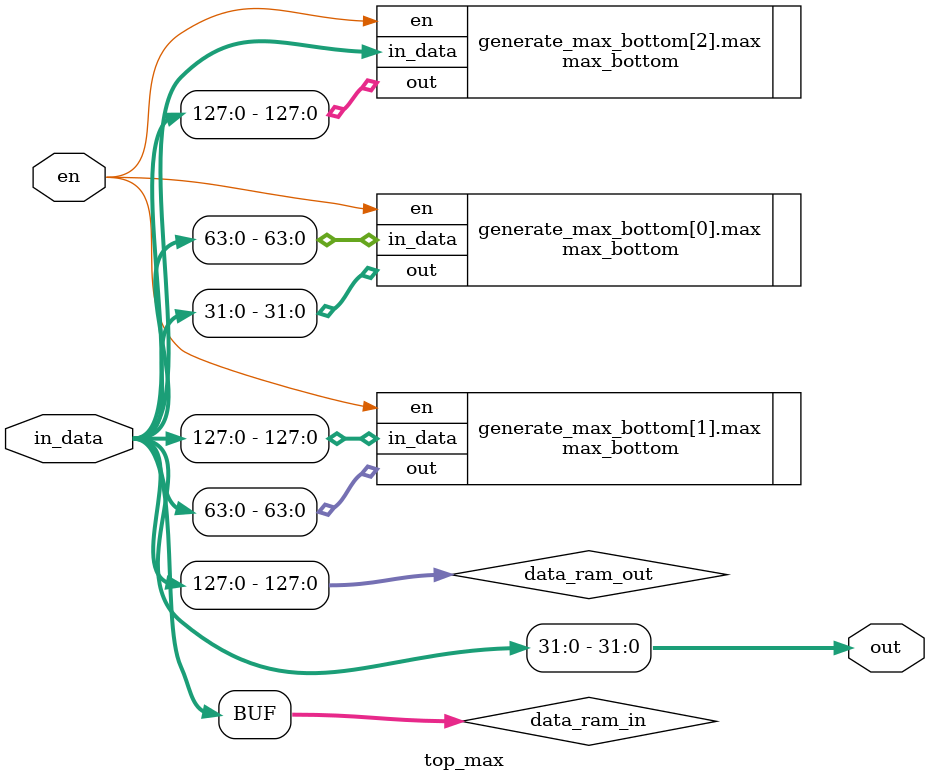
<source format=v>
module top_max
	#(	parameter CHANNELS = 8,
		parameter DATA_WIDTH = 32)
	(	input en, // enable
		input [DATA_WIDTH*CHANNELS-1:0] in_data, // data input bus
		output [DATA_WIDTH-1:0] out); // data output bus
		
// create ram input bus and output bus
// then assign input <= output 
// then transmits the output of the before block to the input of after block
wire [DATA_WIDTH*CHANNELS-1:0] data_ram_in;
wire [DATA_WIDTH*((CHANNELS+1)/2)-1:0] data_ram_out; 

// output bus = <DATA_WIDTH> low bits of ram output bus
assign out = data_ram_out[DATA_WIDTH-1:0];

// initial assign ram input bus = input data bus 
assign data_ram_in = in_data;

// generate 
genvar i;

generate 
	// The number of blocks = the square root of the CHANNELS
	for (i=$clog2(CHANNELS)-1; i>=0; i=i-1) begin : generate_max_bottom
	
	// generate each block 
		max_bottom 
			#(	.CHANNELS(2**i),
				.DATA_WIDTH(DATA_WIDTH)) 
			max (
				.en(en),
				.in_data(data_ram_in[DATA_WIDTH*(2**(i+1))-1:0]),
				.out(data_ram_out[DATA_WIDTH*(2**i)-1:0]));
				
		// After each block, assign ram output bus = ram input bus
		assign data_ram_out[DATA_WIDTH*(2**i)-1:0] = data_ram_in[DATA_WIDTH*(2**i)-1:0];
	end
endgenerate

// function for clog2
function integer clog2;
input integer value;
begin
	value = value-1;
	for (clog2=0; value>0; clog2=clog2+1)
		value = value>>1;
end
endfunction

endmodule

</source>
